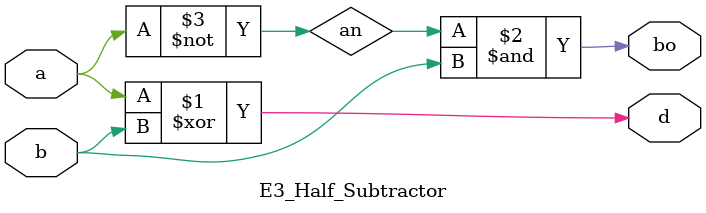
<source format=v>
module E3_Half_Subtractor(a,b,d,bo);
input a,b;
output d,bo;
not(an,a);
xor(d,a,b);
and(bo,an,b);
endmodule
</source>
